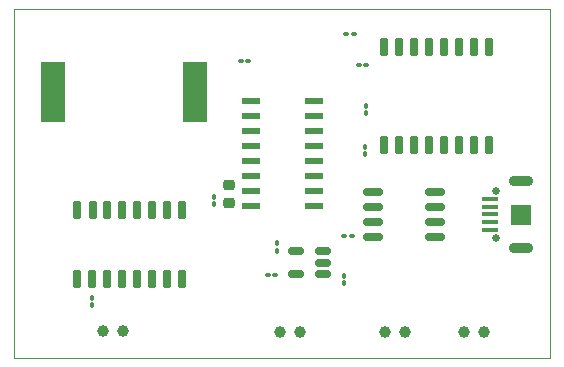
<source format=gbr>
%TF.GenerationSoftware,KiCad,Pcbnew,(6.0.1)*%
%TF.CreationDate,2022-09-04T12:14:09+08:00*%
%TF.ProjectId,Digital Clock,44696769-7461-46c2-9043-6c6f636b2e6b,_____*%
%TF.SameCoordinates,Original*%
%TF.FileFunction,Soldermask,Top*%
%TF.FilePolarity,Negative*%
%FSLAX46Y46*%
G04 Gerber Fmt 4.6, Leading zero omitted, Abs format (unit mm)*
G04 Created by KiCad (PCBNEW (6.0.1)) date 2022-09-04 12:14:09*
%MOMM*%
%LPD*%
G01*
G04 APERTURE LIST*
G04 Aperture macros list*
%AMRoundRect*
0 Rectangle with rounded corners*
0 $1 Rounding radius*
0 $2 $3 $4 $5 $6 $7 $8 $9 X,Y pos of 4 corners*
0 Add a 4 corners polygon primitive as box body*
4,1,4,$2,$3,$4,$5,$6,$7,$8,$9,$2,$3,0*
0 Add four circle primitives for the rounded corners*
1,1,$1+$1,$2,$3*
1,1,$1+$1,$4,$5*
1,1,$1+$1,$6,$7*
1,1,$1+$1,$8,$9*
0 Add four rect primitives between the rounded corners*
20,1,$1+$1,$2,$3,$4,$5,0*
20,1,$1+$1,$4,$5,$6,$7,0*
20,1,$1+$1,$6,$7,$8,$9,0*
20,1,$1+$1,$8,$9,$2,$3,0*%
G04 Aperture macros list end*
%TA.AperFunction,Profile*%
%ADD10C,0.100000*%
%TD*%
%ADD11RoundRect,0.100000X-0.130000X-0.100000X0.130000X-0.100000X0.130000X0.100000X-0.130000X0.100000X0*%
%ADD12R,2.100000X5.080000*%
%ADD13RoundRect,0.100000X-0.100000X0.130000X-0.100000X-0.130000X0.100000X-0.130000X0.100000X0.130000X0*%
%ADD14RoundRect,0.100000X0.100000X-0.130000X0.100000X0.130000X-0.100000X0.130000X-0.100000X-0.130000X0*%
%ADD15RoundRect,0.100000X0.130000X0.100000X-0.130000X0.100000X-0.130000X-0.100000X0.130000X-0.100000X0*%
%ADD16RoundRect,0.150000X0.512500X0.150000X-0.512500X0.150000X-0.512500X-0.150000X0.512500X-0.150000X0*%
%ADD17RoundRect,0.225000X0.250000X-0.225000X0.250000X0.225000X-0.250000X0.225000X-0.250000X-0.225000X0*%
%ADD18RoundRect,0.150000X-0.150000X0.650000X-0.150000X-0.650000X0.150000X-0.650000X0.150000X0.650000X0*%
%ADD19R,1.390000X0.430000*%
%ADD20C,0.650000*%
%ADD21O,2.090000X0.930000*%
%ADD22R,1.800000X1.800000*%
%ADD23RoundRect,0.137500X-0.662500X-0.137500X0.662500X-0.137500X0.662500X0.137500X-0.662500X0.137500X0*%
%ADD24RoundRect,0.150000X0.675000X0.150000X-0.675000X0.150000X-0.675000X-0.150000X0.675000X-0.150000X0*%
%ADD25RoundRect,0.150000X0.150000X-0.650000X0.150000X0.650000X-0.150000X0.650000X-0.150000X-0.650000X0*%
%ADD26C,1.000000*%
G04 APERTURE END LIST*
D10*
X43410000Y-19400000D02*
X88800000Y-19400000D01*
X88800000Y-19400000D02*
X88800000Y-48900000D01*
X88800000Y-48900000D02*
X43410000Y-48900000D01*
X43410000Y-48900000D02*
X43410000Y-19400000D01*
D11*
%TO.C,R3*%
X71550000Y-21460000D03*
X72190000Y-21460000D03*
%TD*%
D12*
%TO.C,BZ1*%
X46750000Y-26430000D03*
X58750000Y-26430000D03*
%TD*%
D13*
%TO.C,C5*%
X50010000Y-43840000D03*
X50010000Y-44480000D03*
%TD*%
D14*
%TO.C,C4*%
X73100000Y-31680000D03*
X73100000Y-31040000D03*
%TD*%
D15*
%TO.C,CBP1*%
X65530000Y-41860000D03*
X64890000Y-41860000D03*
%TD*%
D16*
%TO.C,U2*%
X69547500Y-41810000D03*
X69547500Y-40860000D03*
X69547500Y-39910000D03*
X67272500Y-39910000D03*
X67272500Y-41810000D03*
%TD*%
D17*
%TO.C,C2*%
X61620000Y-35800000D03*
X61620000Y-34250000D03*
%TD*%
D18*
%TO.C,U5*%
X57660000Y-36360000D03*
X56385000Y-36360000D03*
X55115000Y-36360000D03*
X53845000Y-36360000D03*
X52575000Y-36360000D03*
X51305000Y-36360000D03*
X50060000Y-36360000D03*
X48765000Y-36360000D03*
X48760000Y-42260000D03*
X50030000Y-42260000D03*
X51300000Y-42260000D03*
X52570000Y-42260000D03*
X53840000Y-42260000D03*
X55110000Y-42260000D03*
X56380000Y-42260000D03*
X57650000Y-42260000D03*
%TD*%
D13*
%TO.C,COUT1*%
X65700000Y-39225000D03*
X65700000Y-39865000D03*
%TD*%
D11*
%TO.C,R4*%
X72590000Y-24100000D03*
X73230000Y-24100000D03*
%TD*%
D19*
%TO.C,J1*%
X83677500Y-38060000D03*
X83677500Y-37410000D03*
X83677500Y-36760000D03*
X83677500Y-36110000D03*
X83677500Y-35460000D03*
D20*
X84237500Y-34760000D03*
X84237500Y-38760000D03*
D21*
X86337500Y-39590000D03*
X86337500Y-33910000D03*
D22*
X86337500Y-36790000D03*
%TD*%
D23*
%TO.C,U4*%
X63510000Y-27205000D03*
X63510000Y-28475000D03*
X63510000Y-29745000D03*
X63510000Y-31015000D03*
X63510000Y-32285000D03*
X63510000Y-33555000D03*
X63510000Y-34825000D03*
X63510000Y-36095000D03*
X68810000Y-36095000D03*
X68810000Y-34825000D03*
X68810000Y-33555000D03*
X68810000Y-32285000D03*
X68810000Y-31015000D03*
X68810000Y-29745000D03*
X68810000Y-28475000D03*
X68810000Y-27205000D03*
%TD*%
D11*
%TO.C,R5*%
X62610000Y-23760000D03*
X63250000Y-23760000D03*
%TD*%
D15*
%TO.C,C1*%
X72020000Y-38600000D03*
X71380000Y-38600000D03*
%TD*%
D14*
%TO.C,CIN1*%
X71310000Y-42600000D03*
X71310000Y-41960000D03*
%TD*%
D24*
%TO.C,U1*%
X79035000Y-38665000D03*
X79035000Y-37395000D03*
X79035000Y-36125000D03*
X79035000Y-34855000D03*
X73785000Y-34855000D03*
X73785000Y-36125000D03*
X73785000Y-37395000D03*
X73785000Y-38665000D03*
%TD*%
D25*
%TO.C,U3*%
X74700000Y-30860000D03*
X75970000Y-30860000D03*
X77240000Y-30860000D03*
X78510000Y-30860000D03*
X79780000Y-30860000D03*
X81050000Y-30860000D03*
X82320000Y-30860000D03*
X83590000Y-30860000D03*
X83595000Y-22610000D03*
X82325000Y-22610000D03*
X81055000Y-22610000D03*
X79785000Y-22610000D03*
X78515000Y-22610000D03*
X77245000Y-22610000D03*
X75975000Y-22610000D03*
X74705000Y-22610000D03*
%TD*%
D14*
%TO.C,C3*%
X60370000Y-35895000D03*
X60370000Y-35255000D03*
%TD*%
D13*
%TO.C,R2*%
X73210000Y-27560000D03*
X73210000Y-28200000D03*
%TD*%
D26*
%TO.C,SW2*%
X50910000Y-46680000D03*
X52610000Y-46680000D03*
%TD*%
%TO.C,SW5*%
X74810000Y-46700000D03*
X76510000Y-46700000D03*
%TD*%
%TO.C,SW1*%
X83170000Y-46700000D03*
X81470000Y-46700000D03*
%TD*%
%TO.C,SW3*%
X67620000Y-46700000D03*
X65920000Y-46700000D03*
%TD*%
M02*

</source>
